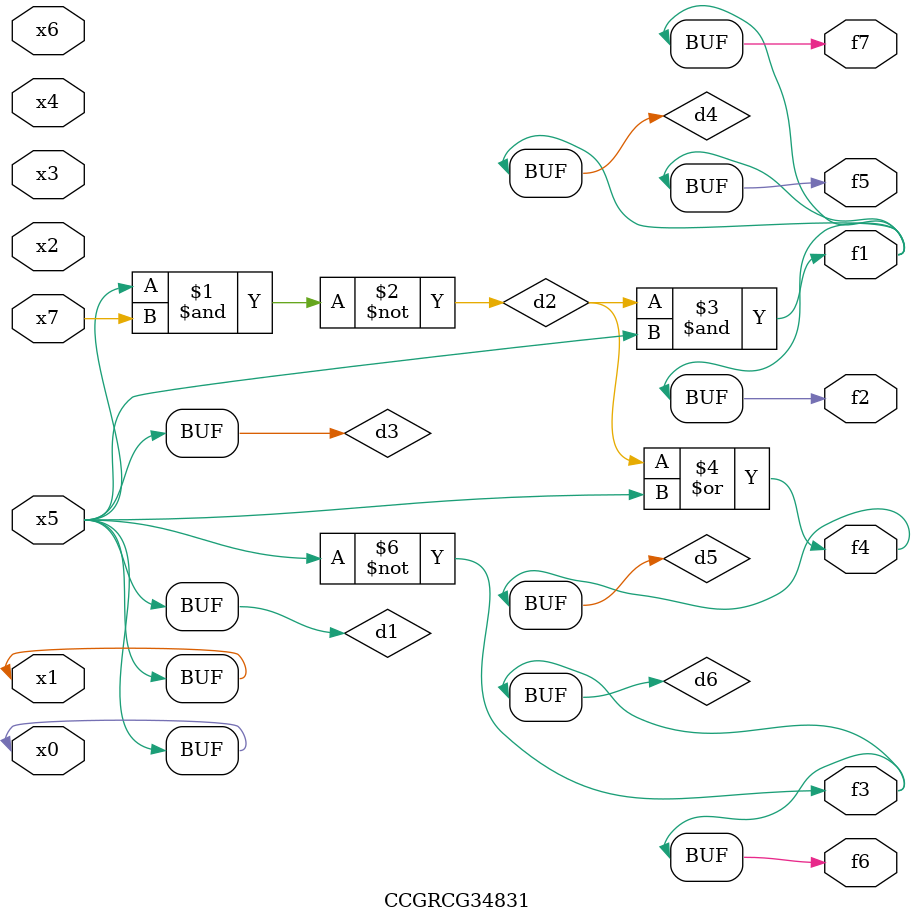
<source format=v>
module CCGRCG34831(
	input x0, x1, x2, x3, x4, x5, x6, x7,
	output f1, f2, f3, f4, f5, f6, f7
);

	wire d1, d2, d3, d4, d5, d6;

	buf (d1, x0, x5);
	nand (d2, x5, x7);
	buf (d3, x0, x1);
	and (d4, d2, d3);
	or (d5, d2, d3);
	nor (d6, d1, d3);
	assign f1 = d4;
	assign f2 = d4;
	assign f3 = d6;
	assign f4 = d5;
	assign f5 = d4;
	assign f6 = d6;
	assign f7 = d4;
endmodule

</source>
